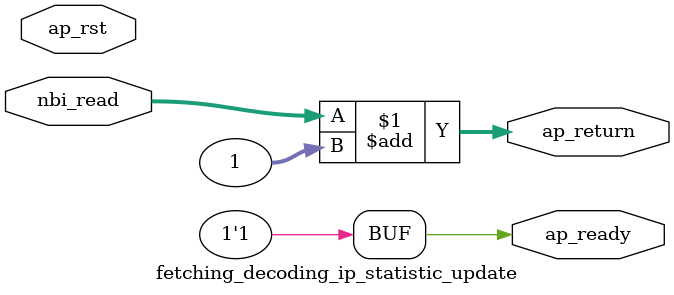
<source format=v>

`timescale 1 ns / 1 ps 

module fetching_decoding_ip_statistic_update (
        ap_ready,
        nbi_read,
        ap_return,
        ap_rst
);


output   ap_ready;
input  [31:0] nbi_read;
output  [31:0] ap_return;
input   ap_rst;

assign ap_ready = 1'b1;

assign ap_return = (nbi_read + 32'd1);

endmodule //fetching_decoding_ip_statistic_update

</source>
